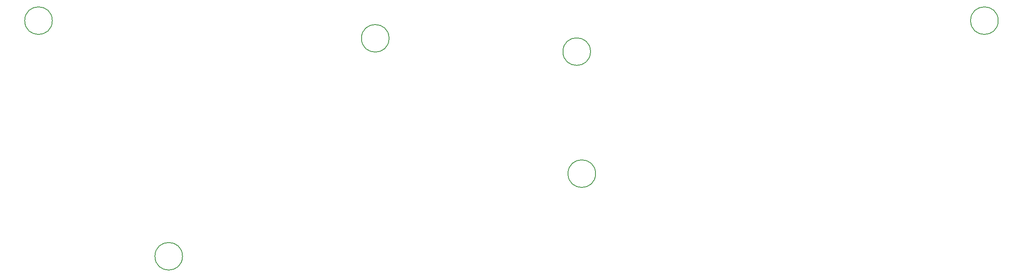
<source format=gbr>
%TF.GenerationSoftware,KiCad,Pcbnew,8.0.5*%
%TF.CreationDate,2025-02-04T15:21:29-08:00*%
%TF.ProjectId,MM36-Dash,4d4d3336-2d44-4617-9368-2e6b69636164,rev?*%
%TF.SameCoordinates,Original*%
%TF.FileFunction,Other,Comment*%
%FSLAX46Y46*%
G04 Gerber Fmt 4.6, Leading zero omitted, Abs format (unit mm)*
G04 Created by KiCad (PCBNEW 8.0.5) date 2025-02-04 15:21:29*
%MOMM*%
%LPD*%
G01*
G04 APERTURE LIST*
%ADD10C,0.150000*%
G04 APERTURE END LIST*
D10*
%TO.C,H1*%
X138350000Y-172200000D02*
G75*
G02*
X132650000Y-172200000I-2850000J0D01*
G01*
X132650000Y-172200000D02*
G75*
G02*
X138350000Y-172200000I2850000J0D01*
G01*
X111429996Y-123443576D02*
G75*
G02*
X105729996Y-123443576I-2850000J0D01*
G01*
X105729996Y-123443576D02*
G75*
G02*
X111429996Y-123443576I2850000J0D01*
G01*
%TO.C,REF\u002A\u002A*%
X181050000Y-127100000D02*
G75*
G02*
X175350000Y-127100000I-2850000J0D01*
G01*
X175350000Y-127100000D02*
G75*
G02*
X181050000Y-127100000I2850000J0D01*
G01*
X222700000Y-129850000D02*
G75*
G02*
X217000000Y-129850000I-2850000J0D01*
G01*
X217000000Y-129850000D02*
G75*
G02*
X222700000Y-129850000I2850000J0D01*
G01*
X306983706Y-123443576D02*
G75*
G02*
X301283706Y-123443576I-2850000J0D01*
G01*
X301283706Y-123443576D02*
G75*
G02*
X306983706Y-123443576I2850000J0D01*
G01*
X223746696Y-155104076D02*
G75*
G02*
X218046696Y-155104076I-2850000J0D01*
G01*
X218046696Y-155104076D02*
G75*
G02*
X223746696Y-155104076I2850000J0D01*
G01*
%TD*%
M02*

</source>
